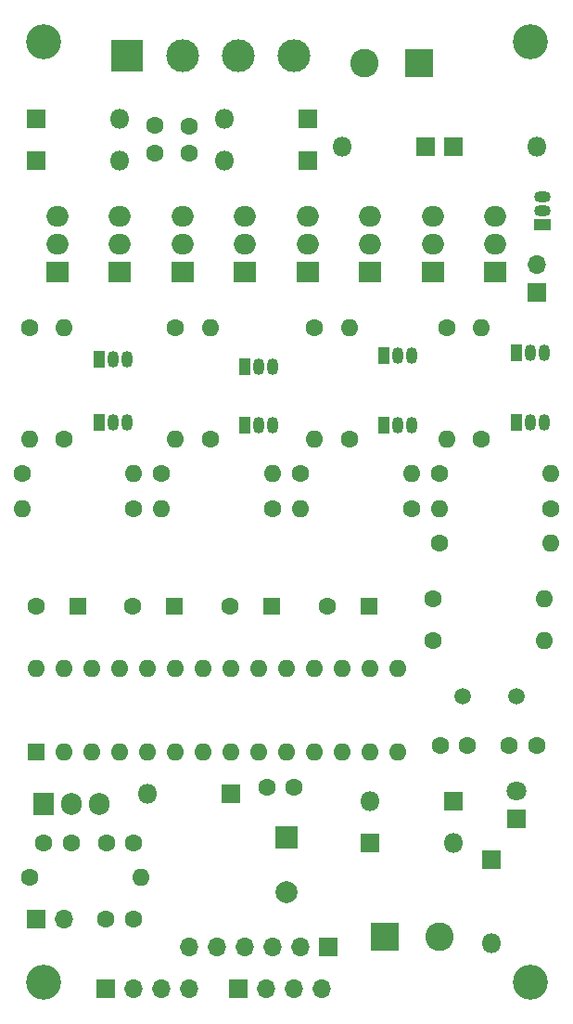
<source format=gbr>
%TF.GenerationSoftware,KiCad,Pcbnew,7.0.6*%
%TF.CreationDate,2023-08-30T11:19:58+03:00*%
%TF.ProjectId,atmegaStepperDriver,61746d65-6761-4537-9465-707065724472,V0.8.2*%
%TF.SameCoordinates,Original*%
%TF.FileFunction,Soldermask,Bot*%
%TF.FilePolarity,Negative*%
%FSLAX46Y46*%
G04 Gerber Fmt 4.6, Leading zero omitted, Abs format (unit mm)*
G04 Created by KiCad (PCBNEW 7.0.6) date 2023-08-30 11:19:58*
%MOMM*%
%LPD*%
G01*
G04 APERTURE LIST*
%ADD10C,1.500000*%
%ADD11R,1.800000X1.800000*%
%ADD12O,1.800000X1.800000*%
%ADD13C,1.600000*%
%ADD14O,1.600000X1.600000*%
%ADD15C,3.200000*%
%ADD16R,2.600000X2.600000*%
%ADD17C,2.600000*%
%ADD18R,2.000000X1.905000*%
%ADD19O,2.000000X1.905000*%
%ADD20R,1.700000X1.700000*%
%ADD21O,1.700000X1.700000*%
%ADD22R,1.050000X1.500000*%
%ADD23O,1.050000X1.500000*%
%ADD24R,1.600000X1.600000*%
%ADD25R,2.000000X2.000000*%
%ADD26C,2.000000*%
%ADD27R,1.905000X2.000000*%
%ADD28O,1.905000X2.000000*%
%ADD29C,1.800000*%
%ADD30R,3.000000X3.000000*%
%ADD31C,3.000000*%
%ADD32R,1.500000X1.050000*%
%ADD33O,1.500000X1.050000*%
G04 APERTURE END LIST*
D10*
%TO.C,Y1*%
X118745000Y-114935000D03*
X113865000Y-114935000D03*
%TD*%
D11*
%TO.C,D13*%
X99695000Y-62230000D03*
D12*
X92075000Y-62230000D03*
%TD*%
D13*
%TO.C,C3*%
X83820000Y-128270000D03*
X81320000Y-128270000D03*
%TD*%
%TO.C,R15*%
X112395000Y-81280000D03*
D14*
X112395000Y-91440000D03*
%TD*%
D15*
%TO.C,REF\u002A\u002A*%
X120015000Y-55245000D03*
%TD*%
D16*
%TO.C,J1*%
X106720000Y-136830000D03*
D17*
X111720000Y-136830000D03*
%TD*%
D15*
%TO.C,REF\u002A\u002A*%
X120015000Y-140970000D03*
%TD*%
D13*
%TO.C,C6*%
X85725000Y-65365000D03*
X85725000Y-62865000D03*
%TD*%
D18*
%TO.C,Q16*%
X116840000Y-76200000D03*
D19*
X116840000Y-73660000D03*
X116840000Y-71120000D03*
%TD*%
D20*
%TO.C,J8*%
X101600000Y-137795000D03*
D21*
X99060000Y-137795000D03*
X96520000Y-137795000D03*
X93980000Y-137795000D03*
X91440000Y-137795000D03*
X88900000Y-137795000D03*
%TD*%
D13*
%TO.C,C1-2*%
X118110000Y-119380000D03*
X120610000Y-119380000D03*
%TD*%
D18*
%TO.C,Q12*%
X93980000Y-76200000D03*
D19*
X93980000Y-73660000D03*
X93980000Y-71120000D03*
%TD*%
D22*
%TO.C,Q14*%
X118745000Y-83545000D03*
D23*
X120015000Y-83545000D03*
X121285000Y-83545000D03*
%TD*%
D13*
%TO.C,C14*%
X81300000Y-135255000D03*
X83800000Y-135255000D03*
%TD*%
D11*
%TO.C,D12*%
X74930000Y-66040000D03*
D12*
X82550000Y-66040000D03*
%TD*%
D13*
%TO.C,R12*%
X83820000Y-97790000D03*
D14*
X73660000Y-97790000D03*
%TD*%
D24*
%TO.C,C2-3*%
X96417651Y-106680000D03*
D13*
X92617651Y-106680000D03*
%TD*%
%TO.C,R19*%
X111125000Y-106045000D03*
D14*
X121285000Y-106045000D03*
%TD*%
D13*
%TO.C,R6*%
X100330000Y-81280000D03*
D14*
X100330000Y-91440000D03*
%TD*%
D13*
%TO.C,R20*%
X111760000Y-100965000D03*
D14*
X121920000Y-100965000D03*
%TD*%
D11*
%TO.C,D4*%
X105410000Y-128270000D03*
D12*
X113030000Y-128270000D03*
%TD*%
D11*
%TO.C,D11*%
X74930000Y-62230000D03*
D12*
X82550000Y-62230000D03*
%TD*%
D11*
%TO.C,D14*%
X99695000Y-66040000D03*
D12*
X92075000Y-66040000D03*
%TD*%
D25*
%TO.C,C5*%
X97790000Y-127807323D03*
D26*
X97790000Y-132807323D03*
%TD*%
D22*
%TO.C,Q10*%
X80645000Y-84180000D03*
D23*
X81915000Y-84180000D03*
X83185000Y-84180000D03*
%TD*%
D24*
%TO.C,U1*%
X74930000Y-120015000D03*
D14*
X77470000Y-120015000D03*
X80010000Y-120015000D03*
X82550000Y-120015000D03*
X85090000Y-120015000D03*
X87630000Y-120015000D03*
X90170000Y-120015000D03*
X92710000Y-120015000D03*
X95250000Y-120015000D03*
X97790000Y-120015000D03*
X100330000Y-120015000D03*
X102870000Y-120015000D03*
X105410000Y-120015000D03*
X107950000Y-120015000D03*
X107950000Y-112395000D03*
X105410000Y-112395000D03*
X102870000Y-112395000D03*
X100330000Y-112395000D03*
X97790000Y-112395000D03*
X95250000Y-112395000D03*
X92710000Y-112395000D03*
X90170000Y-112395000D03*
X87630000Y-112395000D03*
X85090000Y-112395000D03*
X82550000Y-112395000D03*
X80010000Y-112395000D03*
X77470000Y-112395000D03*
X74930000Y-112395000D03*
%TD*%
D22*
%TO.C,Q7*%
X106680000Y-90170000D03*
D23*
X107950000Y-90170000D03*
X109220000Y-90170000D03*
%TD*%
D22*
%TO.C,Q5*%
X106680000Y-83820000D03*
D23*
X107950000Y-83820000D03*
X109220000Y-83820000D03*
%TD*%
D18*
%TO.C,Q2*%
X82550000Y-76200000D03*
D19*
X82550000Y-73660000D03*
X82550000Y-71120000D03*
%TD*%
D11*
%TO.C,D3*%
X113030000Y-64770000D03*
D12*
X120650000Y-64770000D03*
%TD*%
D13*
%TO.C,R8*%
X90805000Y-91440000D03*
D14*
X90805000Y-81280000D03*
%TD*%
D13*
%TO.C,C2*%
X78105000Y-128270000D03*
X75605000Y-128270000D03*
%TD*%
%TO.C,R3*%
X73660000Y-94615000D03*
D14*
X83820000Y-94615000D03*
%TD*%
D13*
%TO.C,R10*%
X99060000Y-94615000D03*
D14*
X109220000Y-94615000D03*
%TD*%
D13*
%TO.C,R4*%
X74295000Y-81280000D03*
D14*
X74295000Y-91440000D03*
%TD*%
D22*
%TO.C,Q11*%
X93980000Y-90170000D03*
D23*
X95250000Y-90170000D03*
X96520000Y-90170000D03*
%TD*%
D15*
%TO.C,REF\u002A\u002A*%
X75565000Y-140970000D03*
%TD*%
D18*
%TO.C,Q1*%
X76835000Y-76200000D03*
D19*
X76835000Y-73660000D03*
X76835000Y-71120000D03*
%TD*%
D13*
%TO.C,R9*%
X109220000Y-97790000D03*
D14*
X99060000Y-97790000D03*
%TD*%
D27*
%TO.C,U2*%
X75565000Y-124770000D03*
D28*
X78105000Y-124770000D03*
X80645000Y-124770000D03*
%TD*%
D24*
%TO.C,C2-1*%
X78740000Y-106680000D03*
D13*
X74940000Y-106680000D03*
%TD*%
D20*
%TO.C,J4*%
X120650000Y-78105000D03*
D21*
X120650000Y-75565000D03*
%TD*%
D13*
%TO.C,R2*%
X74295000Y-131445000D03*
D14*
X84455000Y-131445000D03*
%TD*%
D18*
%TO.C,Q8*%
X105410000Y-76200000D03*
D19*
X105410000Y-73660000D03*
X105410000Y-71120000D03*
%TD*%
D13*
%TO.C,R11*%
X77470000Y-91440000D03*
D14*
X77470000Y-81280000D03*
%TD*%
D20*
%TO.C,J9*%
X93345000Y-141605000D03*
D21*
X95885000Y-141605000D03*
X98425000Y-141605000D03*
X100965000Y-141605000D03*
%TD*%
D22*
%TO.C,Q9*%
X80645000Y-89895000D03*
D23*
X81915000Y-89895000D03*
X83185000Y-89895000D03*
%TD*%
D18*
%TO.C,Q3*%
X88265000Y-76200000D03*
D19*
X88265000Y-73660000D03*
X88265000Y-71120000D03*
%TD*%
D13*
%TO.C,R5*%
X87630000Y-81280000D03*
D14*
X87630000Y-91440000D03*
%TD*%
D20*
%TO.C,J5*%
X74930000Y-135255000D03*
D21*
X77470000Y-135255000D03*
%TD*%
D16*
%TO.C,J3*%
X109855000Y-57150000D03*
D17*
X104855000Y-57150000D03*
%TD*%
D13*
%TO.C,C7*%
X88900000Y-65405000D03*
X88900000Y-62905000D03*
%TD*%
%TO.C,C4*%
X98486391Y-123190000D03*
X95986391Y-123190000D03*
%TD*%
%TO.C,R13*%
X96520000Y-97790000D03*
D14*
X86360000Y-97790000D03*
%TD*%
D11*
%TO.C,D7*%
X118745000Y-126095063D03*
D29*
X118745000Y-123555063D03*
%TD*%
D13*
%TO.C,R18*%
X111760000Y-94615000D03*
D14*
X121920000Y-94615000D03*
%TD*%
D13*
%TO.C,R14*%
X86360000Y-94615000D03*
D14*
X96520000Y-94615000D03*
%TD*%
D30*
%TO.C,J2*%
X83185000Y-56515000D03*
D31*
X88265000Y-56515000D03*
X93345000Y-56515000D03*
X98425000Y-56515000D03*
%TD*%
D32*
%TO.C,Q17*%
X121142751Y-71913332D03*
D33*
X121142751Y-70643332D03*
X121142751Y-69373332D03*
%TD*%
D11*
%TO.C,D2*%
X110490000Y-64770000D03*
D12*
X102870000Y-64770000D03*
%TD*%
D24*
%TO.C,C2-4*%
X105307651Y-106680000D03*
D13*
X101507651Y-106680000D03*
%TD*%
D11*
%TO.C,D6*%
X113030000Y-124460000D03*
D12*
X105410000Y-124460000D03*
%TD*%
D13*
%TO.C,R1*%
X111125000Y-109855000D03*
D14*
X121285000Y-109855000D03*
%TD*%
D15*
%TO.C,REF\u002A\u002A*%
X75565000Y-55245000D03*
%TD*%
D13*
%TO.C,R17*%
X121920000Y-97790000D03*
D14*
X111760000Y-97790000D03*
%TD*%
D11*
%TO.C,D5*%
X116495513Y-129818211D03*
D12*
X116495513Y-137438211D03*
%TD*%
D18*
%TO.C,Q13*%
X111125000Y-76200000D03*
D19*
X111125000Y-73660000D03*
X111125000Y-71120000D03*
%TD*%
D20*
%TO.C,J6*%
X81280000Y-141605000D03*
D21*
X83820000Y-141605000D03*
X86360000Y-141605000D03*
X88900000Y-141605000D03*
%TD*%
D24*
%TO.C,C2-2*%
X87527651Y-106680000D03*
D13*
X83727651Y-106680000D03*
%TD*%
%TO.C,R16*%
X115570000Y-91440000D03*
D14*
X115570000Y-81280000D03*
%TD*%
D11*
%TO.C,D1*%
X92710000Y-123825000D03*
D12*
X85090000Y-123825000D03*
%TD*%
D22*
%TO.C,Q15*%
X118745000Y-89895000D03*
D23*
X120015000Y-89895000D03*
X121285000Y-89895000D03*
%TD*%
D13*
%TO.C,C1-1*%
X114300000Y-119380000D03*
X111800000Y-119380000D03*
%TD*%
D22*
%TO.C,Q6*%
X93980000Y-84815000D03*
D23*
X95250000Y-84815000D03*
X96520000Y-84815000D03*
%TD*%
D18*
%TO.C,Q4*%
X99695000Y-76200000D03*
D19*
X99695000Y-73660000D03*
X99695000Y-71120000D03*
%TD*%
D13*
%TO.C,R7*%
X103505000Y-91440000D03*
D14*
X103505000Y-81280000D03*
%TD*%
M02*

</source>
